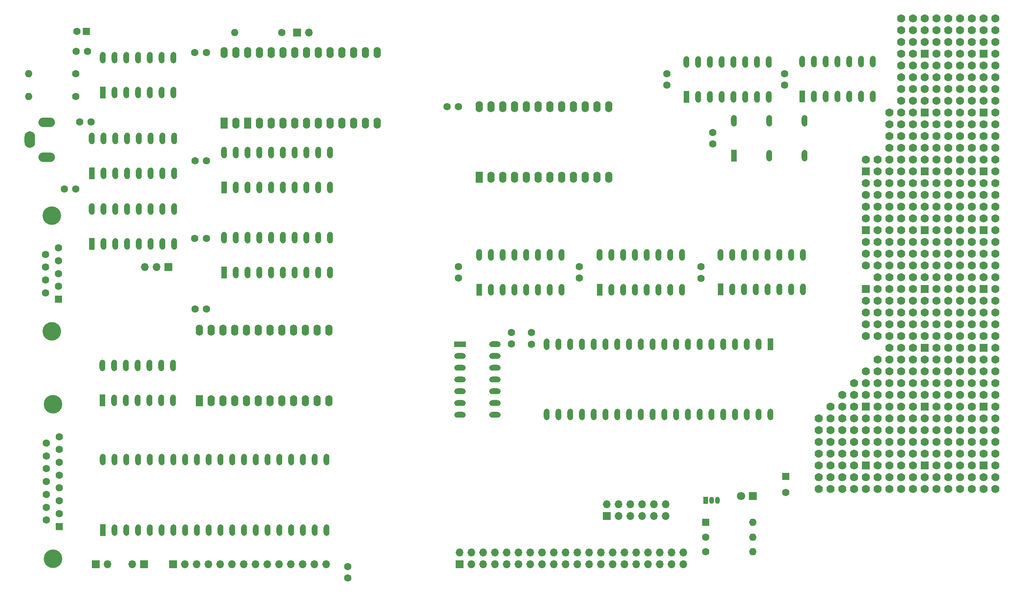
<source format=gts>
G04 #@! TF.GenerationSoftware,KiCad,Pcbnew,(6.0.10)*
G04 #@! TF.CreationDate,2023-01-07T06:17:04-07:00*
G04 #@! TF.ProjectId,FennecVTI,46656e6e-6563-4565-9449-2e6b69636164,rev?*
G04 #@! TF.SameCoordinates,Original*
G04 #@! TF.FileFunction,Soldermask,Top*
G04 #@! TF.FilePolarity,Negative*
%FSLAX46Y46*%
G04 Gerber Fmt 4.6, Leading zero omitted, Abs format (unit mm)*
G04 Created by KiCad (PCBNEW (6.0.10)) date 2023-01-07 06:17:04*
%MOMM*%
%LPD*%
G01*
G04 APERTURE LIST*
%ADD10C,1.600000*%
%ADD11R,1.600000X1.600000*%
%ADD12O,1.700000X1.700000*%
%ADD13R,1.700000X1.700000*%
%ADD14C,1.778000*%
%ADD15R,1.778000X1.778000*%
%ADD16C,4.000000*%
%ADD17O,1.050000X1.500000*%
%ADD18R,1.050000X1.500000*%
%ADD19O,1.270000X2.540000*%
%ADD20R,1.270000X2.540000*%
%ADD21O,1.270000X2.500000*%
%ADD22R,1.270000X2.500000*%
%ADD23O,1.600000X1.600000*%
%ADD24O,1.600000X2.400000*%
%ADD25R,1.600000X2.400000*%
%ADD26O,2.500000X1.270000*%
%ADD27R,2.500000X1.270000*%
%ADD28C,1.800000*%
%ADD29R,1.800000X1.800000*%
%ADD30O,3.556000X2.032000*%
%ADD31O,2.286000X3.556000*%
G04 APERTURE END LIST*
D10*
X204978000Y-132403349D03*
D11*
X204978000Y-128903349D03*
D10*
X52041113Y-32766000D03*
D11*
X54041113Y-32766000D03*
D12*
X102108000Y-33020000D03*
D13*
X99568000Y-33020000D03*
X71740000Y-83693000D03*
D12*
X69200000Y-83693000D03*
X66660000Y-83693000D03*
X58669000Y-147828000D03*
D13*
X56129000Y-147828000D03*
D12*
X64008000Y-147828000D03*
D13*
X66548000Y-147828000D03*
D12*
X105791000Y-147828000D03*
X103251000Y-147828000D03*
X100711000Y-147828000D03*
X98171000Y-147828000D03*
X95631000Y-147828000D03*
X93091000Y-147828000D03*
X90551000Y-147828000D03*
X88011000Y-147828000D03*
X85471000Y-147828000D03*
X82931000Y-147828000D03*
X80391000Y-147828000D03*
X77851000Y-147828000D03*
X75311000Y-147828000D03*
D13*
X72771000Y-147828000D03*
X134620000Y-147833004D03*
D12*
X134620000Y-145293004D03*
X137160000Y-147833004D03*
X137160000Y-145293004D03*
X139700000Y-147833004D03*
X139700000Y-145293004D03*
X142240000Y-147833004D03*
X142240000Y-145293004D03*
X144780000Y-147833004D03*
X144780000Y-145293004D03*
X147320000Y-147833004D03*
X147320000Y-145293004D03*
X149860000Y-147833004D03*
X149860000Y-145293004D03*
X152400000Y-147833004D03*
X152400000Y-145293004D03*
X154940000Y-147833004D03*
X154940000Y-145293004D03*
X157480000Y-147833004D03*
X157480000Y-145293004D03*
X160020000Y-147833004D03*
X160020000Y-145293004D03*
X162560000Y-147833004D03*
X162560000Y-145293004D03*
X165100000Y-147833004D03*
X165100000Y-145293004D03*
X167640000Y-147833004D03*
X167640000Y-145293004D03*
X170180000Y-147833004D03*
X170180000Y-145293004D03*
X172720000Y-147833004D03*
X172720000Y-145293004D03*
X175260000Y-147833004D03*
X175260000Y-145293004D03*
X177800000Y-147833004D03*
X177800000Y-145293004D03*
X180340000Y-147833004D03*
X180340000Y-145293004D03*
X182880000Y-147833004D03*
X182880000Y-145293004D03*
D13*
X166370000Y-137414000D03*
D12*
X166370000Y-134874000D03*
X168910000Y-137414000D03*
X168910000Y-134874000D03*
X171450000Y-137414000D03*
X171450000Y-134874000D03*
X173990000Y-137414000D03*
X173990000Y-134874000D03*
X176530000Y-137414000D03*
X176530000Y-134874000D03*
X179070000Y-137414000D03*
X179070000Y-134874000D03*
D14*
X250190000Y-60452000D03*
X250190000Y-57912000D03*
X250190000Y-55372000D03*
X250190000Y-52832000D03*
X250190000Y-50292000D03*
X250190000Y-50292000D03*
X247650000Y-60452000D03*
X247650000Y-57912000D03*
X247650000Y-55372000D03*
X247650000Y-52832000D03*
D15*
X247650000Y-50292000D03*
D14*
X232410000Y-35052000D03*
X232410000Y-32512000D03*
X232410000Y-29972000D03*
X229870000Y-35052000D03*
X229870000Y-32512000D03*
X229870000Y-29972000D03*
D10*
X45230331Y-80945000D03*
X45230331Y-83715000D03*
X45230331Y-86485000D03*
X45230331Y-89255000D03*
X48070331Y-79560000D03*
X48070331Y-82330000D03*
X48070331Y-85100000D03*
X48070331Y-87870000D03*
D11*
X48070331Y-90640000D03*
D16*
X46650331Y-97600000D03*
X46650331Y-72600000D03*
D17*
X190246000Y-134091000D03*
X188976000Y-134091000D03*
D18*
X187706000Y-134091000D03*
D14*
X245110000Y-123952000D03*
X245110000Y-121412000D03*
X245110000Y-118872000D03*
X245110000Y-116332000D03*
X245110000Y-113792000D03*
X242570000Y-123952000D03*
X242570000Y-121412000D03*
X242570000Y-118872000D03*
X242570000Y-116332000D03*
X242570000Y-113792000D03*
X240030000Y-123952000D03*
X240030000Y-121412000D03*
X240030000Y-118872000D03*
X240030000Y-116332000D03*
X240030000Y-113792000D03*
X237490000Y-123952000D03*
X237490000Y-121412000D03*
X237490000Y-118872000D03*
X237490000Y-116332000D03*
X237490000Y-113792000D03*
X237490000Y-113792000D03*
X234950000Y-123952000D03*
X234950000Y-121412000D03*
X234950000Y-118872000D03*
X234950000Y-116332000D03*
D15*
X234950000Y-113792000D03*
D14*
X250190000Y-111252000D03*
X250190000Y-108712000D03*
X250190000Y-106172000D03*
X250190000Y-103632000D03*
X250190000Y-101092000D03*
X250190000Y-101092000D03*
X247650000Y-111252000D03*
X247650000Y-108712000D03*
X247650000Y-106172000D03*
X247650000Y-103632000D03*
D15*
X247650000Y-101092000D03*
D14*
X219710000Y-123952000D03*
X219710000Y-121412000D03*
X219710000Y-118872000D03*
X219710000Y-116332000D03*
X219710000Y-113792000D03*
X217170000Y-123952000D03*
X217170000Y-121412000D03*
X217170000Y-118872000D03*
X217170000Y-116332000D03*
X217170000Y-113792000D03*
X214630000Y-123952000D03*
X214630000Y-121412000D03*
X214630000Y-118872000D03*
X214630000Y-116332000D03*
X214630000Y-113792000D03*
X212090000Y-123952000D03*
X212090000Y-121412000D03*
X212090000Y-118872000D03*
X212090000Y-116332000D03*
D10*
X186690000Y-86106000D03*
X186690000Y-83606000D03*
D14*
X232410000Y-47752000D03*
X232410000Y-45212000D03*
X232410000Y-42672000D03*
X232410000Y-40132000D03*
X232410000Y-37592000D03*
X229870000Y-47752000D03*
X229870000Y-45212000D03*
X229870000Y-42672000D03*
X229870000Y-40132000D03*
X229870000Y-37592000D03*
X232410000Y-73152000D03*
X232410000Y-70612000D03*
X232410000Y-68072000D03*
X232410000Y-65532000D03*
X232410000Y-62992000D03*
X229870000Y-73152000D03*
X229870000Y-70612000D03*
X229870000Y-68072000D03*
X229870000Y-65532000D03*
X229870000Y-62992000D03*
X227330000Y-73152000D03*
X227330000Y-70612000D03*
X227330000Y-68072000D03*
X227330000Y-65532000D03*
X227330000Y-62992000D03*
X224790000Y-73152000D03*
X224790000Y-70612000D03*
X224790000Y-68072000D03*
X224790000Y-65532000D03*
X224790000Y-62992000D03*
X222250000Y-73152000D03*
X222250000Y-70612000D03*
X222250000Y-68072000D03*
X222250000Y-65532000D03*
D15*
X222250000Y-62992000D03*
D19*
X83820000Y-58978000D03*
X86360000Y-58978000D03*
X88900000Y-58978000D03*
X91440000Y-58978000D03*
X93980000Y-58978000D03*
X96520000Y-58978000D03*
X99060000Y-58978000D03*
X101600000Y-58978000D03*
X104140000Y-58978000D03*
X106680000Y-58978000D03*
X106680000Y-66498000D03*
X104140000Y-66498000D03*
X101600000Y-66498000D03*
X99060000Y-66498000D03*
X96520000Y-66498000D03*
X93980000Y-66498000D03*
X91440000Y-66498000D03*
X88900000Y-66498000D03*
X86360000Y-66498000D03*
D20*
X83820000Y-66498000D03*
D21*
X193802000Y-52120000D03*
X209042000Y-52120000D03*
X209042000Y-59640000D03*
D22*
X193802000Y-59640000D03*
D21*
X201422000Y-59640000D03*
X201422000Y-52120000D03*
D14*
X245110000Y-98552000D03*
X245110000Y-96012000D03*
X245110000Y-93472000D03*
X245110000Y-90932000D03*
X245110000Y-88392000D03*
X242570000Y-98552000D03*
X242570000Y-96012000D03*
X242570000Y-93472000D03*
X242570000Y-90932000D03*
X242570000Y-88392000D03*
X240030000Y-98552000D03*
X240030000Y-96012000D03*
X240030000Y-93472000D03*
X240030000Y-90932000D03*
X240030000Y-88392000D03*
X237490000Y-98552000D03*
X237490000Y-96012000D03*
X237490000Y-93472000D03*
X237490000Y-90932000D03*
X237490000Y-88392000D03*
X237490000Y-88392000D03*
X234950000Y-98552000D03*
X234950000Y-96012000D03*
X234950000Y-93472000D03*
X234950000Y-90932000D03*
D15*
X234950000Y-88392000D03*
D19*
X83820000Y-77316000D03*
X86360000Y-77316000D03*
X88900000Y-77316000D03*
X91440000Y-77316000D03*
X93980000Y-77316000D03*
X96520000Y-77316000D03*
X99060000Y-77316000D03*
X101600000Y-77316000D03*
X104140000Y-77316000D03*
X106680000Y-77316000D03*
X106680000Y-84836000D03*
X104140000Y-84836000D03*
X101600000Y-84836000D03*
X99060000Y-84836000D03*
X96520000Y-84836000D03*
X93980000Y-84836000D03*
X91440000Y-84836000D03*
X88900000Y-84836000D03*
X86360000Y-84836000D03*
D20*
X83820000Y-84836000D03*
D21*
X201676000Y-115550000D03*
X199136000Y-115550000D03*
X196596000Y-115550000D03*
X194056000Y-115550000D03*
X191516000Y-115550000D03*
X188976000Y-115550000D03*
X186436000Y-115550000D03*
X183896000Y-115550000D03*
X181356000Y-115550000D03*
X178816000Y-115550000D03*
X176276000Y-115550000D03*
X173736000Y-115550000D03*
X171196000Y-115550000D03*
X168656000Y-115550000D03*
X166116000Y-115550000D03*
X163576000Y-115550000D03*
X161036000Y-115550000D03*
X158496000Y-115550000D03*
X155956000Y-115550000D03*
X153416000Y-115550000D03*
X153416000Y-100350000D03*
X155956000Y-100350000D03*
X158496000Y-100350000D03*
X161036000Y-100350000D03*
X163576000Y-100350000D03*
X166116000Y-100350000D03*
X168656000Y-100350000D03*
X171196000Y-100350000D03*
X173736000Y-100350000D03*
X176276000Y-100350000D03*
X178816000Y-100350000D03*
X181356000Y-100350000D03*
X183896000Y-100350000D03*
X186436000Y-100350000D03*
X188976000Y-100350000D03*
X191516000Y-100350000D03*
X194056000Y-100350000D03*
X196596000Y-100350000D03*
X199136000Y-100350000D03*
D22*
X201676000Y-100350000D03*
D23*
X197866000Y-141986000D03*
D10*
X187706000Y-141986000D03*
D23*
X41656000Y-41910000D03*
D10*
X51816000Y-41910000D03*
D14*
X232410000Y-98552000D03*
X232410000Y-96012000D03*
X232410000Y-93472000D03*
X232410000Y-90932000D03*
X232410000Y-88392000D03*
X229870000Y-98552000D03*
X229870000Y-96012000D03*
X229870000Y-93472000D03*
X229870000Y-90932000D03*
X229870000Y-88392000D03*
X227330000Y-98552000D03*
X227330000Y-96012000D03*
X227330000Y-93472000D03*
X227330000Y-90932000D03*
X227330000Y-88392000D03*
X224790000Y-98552000D03*
X224790000Y-96012000D03*
X224790000Y-93472000D03*
X224790000Y-90932000D03*
X224790000Y-88392000D03*
X222250000Y-98552000D03*
X222250000Y-96012000D03*
X222250000Y-93472000D03*
X222250000Y-90932000D03*
D15*
X222250000Y-88392000D03*
D23*
X86106000Y-33020000D03*
D10*
X96266000Y-33020000D03*
D24*
X88895000Y-37338000D03*
X91435000Y-37338000D03*
X93975000Y-37338000D03*
X96515000Y-37338000D03*
X99055000Y-37338000D03*
X101595000Y-37338000D03*
X104135000Y-37338000D03*
X106675000Y-37338000D03*
X109215000Y-37338000D03*
X111755000Y-37338000D03*
X114295000Y-37338000D03*
X116835000Y-37338000D03*
X116835000Y-52578000D03*
X114295000Y-52578000D03*
X111755000Y-52578000D03*
X109215000Y-52578000D03*
X106675000Y-52578000D03*
X104135000Y-52578000D03*
X101595000Y-52578000D03*
X99055000Y-52578000D03*
X96515000Y-52578000D03*
X93975000Y-52578000D03*
X91435000Y-52578000D03*
D25*
X88895000Y-52578000D03*
D10*
X77490000Y-60706000D03*
X79990000Y-60706000D03*
X51836000Y-37084000D03*
X54336000Y-37084000D03*
D14*
X245110000Y-111252000D03*
X245110000Y-108712000D03*
X245110000Y-106172000D03*
X245110000Y-103632000D03*
X245110000Y-101092000D03*
X242570000Y-111252000D03*
X242570000Y-108712000D03*
X242570000Y-106172000D03*
X242570000Y-103632000D03*
X242570000Y-101092000D03*
X240030000Y-111252000D03*
X240030000Y-108712000D03*
X240030000Y-106172000D03*
X240030000Y-103632000D03*
X240030000Y-101092000D03*
X237490000Y-111252000D03*
X237490000Y-108712000D03*
X237490000Y-106172000D03*
X237490000Y-103632000D03*
X237490000Y-101092000D03*
X237490000Y-101092000D03*
X234950000Y-111252000D03*
X234950000Y-108712000D03*
X234950000Y-106172000D03*
X234950000Y-103632000D03*
D15*
X234950000Y-101092000D03*
D26*
X142190000Y-100330000D03*
X142190000Y-102870000D03*
X142190000Y-105410000D03*
X142190000Y-107950000D03*
X142190000Y-110490000D03*
X142190000Y-113030000D03*
X142190000Y-115570000D03*
X134670000Y-115570000D03*
X134670000Y-113030000D03*
X134670000Y-110490000D03*
X134670000Y-107950000D03*
X134670000Y-105410000D03*
X134670000Y-102870000D03*
D27*
X134670000Y-100330000D03*
D14*
X250190000Y-73152000D03*
X250190000Y-70612000D03*
X250190000Y-68072000D03*
X250190000Y-65532000D03*
X250190000Y-62992000D03*
X250190000Y-62992000D03*
X247650000Y-73152000D03*
X247650000Y-70612000D03*
X247650000Y-68072000D03*
X247650000Y-65532000D03*
D15*
X247650000Y-62992000D03*
D19*
X190881000Y-81026000D03*
X193421000Y-81026000D03*
X195961000Y-81026000D03*
X198501000Y-81026000D03*
X201041000Y-81026000D03*
X203581000Y-81026000D03*
X206121000Y-81026000D03*
X208661000Y-81026000D03*
X208661000Y-88546000D03*
X206121000Y-88546000D03*
X203581000Y-88546000D03*
X201041000Y-88546000D03*
X198501000Y-88546000D03*
X195961000Y-88546000D03*
X193421000Y-88546000D03*
D20*
X190881000Y-88546000D03*
D14*
X250190000Y-85852000D03*
X250190000Y-83312000D03*
X250190000Y-80772000D03*
X250190000Y-78232000D03*
X250190000Y-75692000D03*
X250190000Y-75692000D03*
X247650000Y-85852000D03*
X247650000Y-83312000D03*
X247650000Y-80772000D03*
X247650000Y-78232000D03*
D15*
X247650000Y-75692000D03*
D28*
X195331000Y-133096000D03*
D29*
X197871000Y-133096000D03*
D10*
X110490000Y-150856000D03*
X110490000Y-148356000D03*
X45420000Y-121695000D03*
X45420000Y-124465000D03*
X45420000Y-127235000D03*
X45420000Y-130005000D03*
X45420000Y-132775000D03*
X45420000Y-135545000D03*
X45420000Y-138315000D03*
X48260000Y-120310000D03*
X48260000Y-123080000D03*
X48260000Y-125850000D03*
X48260000Y-128620000D03*
X48260000Y-131390000D03*
X48260000Y-134160000D03*
X48260000Y-136930000D03*
D11*
X48260000Y-139700000D03*
D16*
X46840000Y-146655000D03*
X46840000Y-113355000D03*
D10*
X77470000Y-77470000D03*
X79970000Y-77470000D03*
D21*
X57658000Y-38454000D03*
X60198000Y-38454000D03*
X62738000Y-38454000D03*
X65278000Y-38454000D03*
X67818000Y-38454000D03*
X70358000Y-38454000D03*
X72898000Y-38454000D03*
X72898000Y-45974000D03*
X70358000Y-45974000D03*
X67818000Y-45974000D03*
X65278000Y-45974000D03*
X62738000Y-45974000D03*
X60198000Y-45974000D03*
D22*
X57658000Y-45974000D03*
D14*
X219710000Y-111252000D03*
X219710000Y-108712000D03*
X217170000Y-111252000D03*
X245110000Y-131572000D03*
X245110000Y-129032000D03*
X245110000Y-126492000D03*
X242570000Y-131572000D03*
X242570000Y-129032000D03*
X242570000Y-126492000D03*
X240030000Y-131572000D03*
X240030000Y-129032000D03*
X240030000Y-126492000D03*
X237490000Y-131572000D03*
X237490000Y-129032000D03*
X237490000Y-126492000D03*
X237490000Y-126492000D03*
X234950000Y-131572000D03*
X234950000Y-129032000D03*
D15*
X234950000Y-126492000D03*
D10*
X204724000Y-44414000D03*
X204724000Y-41914000D03*
X134366000Y-86066000D03*
X134366000Y-83566000D03*
D21*
X57658000Y-125262000D03*
X60198000Y-125262000D03*
X62738000Y-125262000D03*
X65278000Y-125262000D03*
X67818000Y-125262000D03*
X70358000Y-125262000D03*
X72898000Y-125262000D03*
X75438000Y-125262000D03*
X77978000Y-125262000D03*
X80518000Y-125262000D03*
X83058000Y-125262000D03*
X85598000Y-125262000D03*
X88138000Y-125262000D03*
X90678000Y-125262000D03*
X93218000Y-125262000D03*
X95758000Y-125262000D03*
X98298000Y-125262000D03*
X100838000Y-125262000D03*
X103378000Y-125262000D03*
X105918000Y-125262000D03*
X105918000Y-140462000D03*
X103378000Y-140462000D03*
X100838000Y-140462000D03*
X98298000Y-140462000D03*
X95758000Y-140462000D03*
X93218000Y-140462000D03*
X90678000Y-140462000D03*
X88138000Y-140462000D03*
X85598000Y-140462000D03*
X83058000Y-140462000D03*
X80518000Y-140462000D03*
X77978000Y-140462000D03*
X75438000Y-140462000D03*
X72898000Y-140462000D03*
X70358000Y-140462000D03*
X67818000Y-140462000D03*
X65278000Y-140462000D03*
X62738000Y-140462000D03*
X60198000Y-140462000D03*
D22*
X57658000Y-140462000D03*
D23*
X197866000Y-138811000D03*
D11*
X187706000Y-138811000D03*
D10*
X160401000Y-86066000D03*
X160401000Y-83566000D03*
D19*
X138811000Y-81076000D03*
X141351000Y-81076000D03*
X143891000Y-81076000D03*
X146431000Y-81076000D03*
X148971000Y-81076000D03*
X151511000Y-81076000D03*
X154051000Y-81076000D03*
X156591000Y-81076000D03*
X156591000Y-88596000D03*
X154051000Y-88596000D03*
X151511000Y-88596000D03*
X148971000Y-88596000D03*
X146431000Y-88596000D03*
X143891000Y-88596000D03*
X141351000Y-88596000D03*
D20*
X138811000Y-88596000D03*
D10*
X145796000Y-97810000D03*
X145796000Y-100310000D03*
D23*
X197866000Y-145161000D03*
D10*
X187706000Y-145161000D03*
D24*
X138811000Y-49022000D03*
X141351000Y-49022000D03*
X143891000Y-49022000D03*
X146431000Y-49022000D03*
X148971000Y-49022000D03*
X151511000Y-49022000D03*
X154051000Y-49022000D03*
X156591000Y-49022000D03*
X159131000Y-49022000D03*
X161671000Y-49022000D03*
X164211000Y-49022000D03*
X166751000Y-49022000D03*
X166751000Y-64262000D03*
X164211000Y-64262000D03*
X161671000Y-64262000D03*
X159131000Y-64262000D03*
X156591000Y-64262000D03*
X154051000Y-64262000D03*
X151511000Y-64262000D03*
X148971000Y-64262000D03*
X146431000Y-64262000D03*
X143891000Y-64262000D03*
X141351000Y-64262000D03*
D25*
X138811000Y-64262000D03*
D14*
X232410000Y-131572000D03*
X232410000Y-129032000D03*
X232410000Y-126492000D03*
X229870000Y-131572000D03*
X229870000Y-129032000D03*
X229870000Y-126492000D03*
X227330000Y-131572000D03*
X227330000Y-129032000D03*
X227330000Y-126492000D03*
X224790000Y-131572000D03*
X224790000Y-129032000D03*
X224790000Y-126492000D03*
X224790000Y-126492000D03*
X222250000Y-131572000D03*
X222250000Y-129032000D03*
D15*
X222250000Y-126492000D03*
D19*
X164846000Y-81076000D03*
X167386000Y-81076000D03*
X169926000Y-81076000D03*
X172466000Y-81076000D03*
X175006000Y-81076000D03*
X177546000Y-81076000D03*
X180086000Y-81076000D03*
X182626000Y-81076000D03*
X182626000Y-88596000D03*
X180086000Y-88596000D03*
X177546000Y-88596000D03*
X175006000Y-88596000D03*
X172466000Y-88596000D03*
X169926000Y-88596000D03*
X167386000Y-88596000D03*
D20*
X164846000Y-88596000D03*
D10*
X77510000Y-92710000D03*
X80010000Y-92710000D03*
D14*
X245110000Y-85852000D03*
X245110000Y-83312000D03*
X245110000Y-80772000D03*
X245110000Y-78232000D03*
X245110000Y-75692000D03*
X242570000Y-85852000D03*
X242570000Y-83312000D03*
X242570000Y-80772000D03*
X242570000Y-78232000D03*
X242570000Y-75692000D03*
X240030000Y-85852000D03*
X240030000Y-83312000D03*
X240030000Y-80772000D03*
X240030000Y-78232000D03*
X240030000Y-75692000D03*
X237490000Y-85852000D03*
X237490000Y-83312000D03*
X237490000Y-80772000D03*
X237490000Y-78232000D03*
X237490000Y-75692000D03*
X237490000Y-75692000D03*
X234950000Y-85852000D03*
X234950000Y-83312000D03*
X234950000Y-80772000D03*
X234950000Y-78232000D03*
D15*
X234950000Y-75692000D03*
D10*
X189230000Y-57130000D03*
X189230000Y-54630000D03*
D14*
X245110000Y-60452000D03*
X245110000Y-57912000D03*
X245110000Y-55372000D03*
X245110000Y-52832000D03*
X245110000Y-50292000D03*
X242570000Y-60452000D03*
X242570000Y-57912000D03*
X242570000Y-55372000D03*
X242570000Y-52832000D03*
X242570000Y-50292000D03*
X240030000Y-60452000D03*
X240030000Y-57912000D03*
X240030000Y-55372000D03*
X240030000Y-52832000D03*
X240030000Y-50292000D03*
X237490000Y-60452000D03*
X237490000Y-57912000D03*
X237490000Y-55372000D03*
X237490000Y-52832000D03*
X237490000Y-50292000D03*
X237490000Y-50292000D03*
X234950000Y-60452000D03*
X234950000Y-57912000D03*
X234950000Y-55372000D03*
X234950000Y-52832000D03*
D15*
X234950000Y-50292000D03*
D14*
X219710000Y-131572000D03*
X219710000Y-129032000D03*
X219710000Y-126492000D03*
X217170000Y-131572000D03*
X217170000Y-129032000D03*
X217170000Y-126492000D03*
X214630000Y-131572000D03*
X214630000Y-129032000D03*
X214630000Y-126492000D03*
X212090000Y-131572000D03*
X212090000Y-129032000D03*
X212090000Y-126492000D03*
X212090000Y-126492000D03*
D24*
X83805000Y-37338000D03*
X86345000Y-37338000D03*
X88885000Y-37338000D03*
X91425000Y-37338000D03*
X93965000Y-37338000D03*
X96505000Y-37338000D03*
X99045000Y-37338000D03*
X101585000Y-37338000D03*
X104125000Y-37338000D03*
X106665000Y-37338000D03*
X109205000Y-37338000D03*
X111745000Y-37338000D03*
X114285000Y-37338000D03*
X116825000Y-37338000D03*
X116825000Y-52578000D03*
X114285000Y-52578000D03*
X111745000Y-52578000D03*
X109205000Y-52578000D03*
X106665000Y-52578000D03*
X104125000Y-52578000D03*
X101585000Y-52578000D03*
X99045000Y-52578000D03*
X96505000Y-52578000D03*
X93965000Y-52578000D03*
X91425000Y-52578000D03*
X88885000Y-52578000D03*
X86345000Y-52578000D03*
D25*
X83805000Y-52578000D03*
D10*
X49296000Y-66802000D03*
X51796000Y-66802000D03*
D19*
X55245000Y-71170000D03*
X57785000Y-71170000D03*
X60325000Y-71170000D03*
X62865000Y-71170000D03*
X65405000Y-71170000D03*
X67945000Y-71170000D03*
X70485000Y-71170000D03*
X73025000Y-71170000D03*
X73025000Y-78690000D03*
X70485000Y-78690000D03*
X67945000Y-78690000D03*
X65405000Y-78690000D03*
X62865000Y-78690000D03*
X60325000Y-78690000D03*
X57785000Y-78690000D03*
D20*
X55245000Y-78690000D03*
D23*
X41656000Y-46863000D03*
D10*
X51816000Y-46863000D03*
D14*
X245110000Y-73152000D03*
X245110000Y-70612000D03*
X245110000Y-68072000D03*
X245110000Y-65532000D03*
X245110000Y-62992000D03*
X242570000Y-73152000D03*
X242570000Y-70612000D03*
X242570000Y-68072000D03*
X242570000Y-65532000D03*
X242570000Y-62992000D03*
X240030000Y-73152000D03*
X240030000Y-70612000D03*
X240030000Y-68072000D03*
X240030000Y-65532000D03*
X240030000Y-62992000D03*
X237490000Y-73152000D03*
X237490000Y-70612000D03*
X237490000Y-68072000D03*
X237490000Y-65532000D03*
X237490000Y-62992000D03*
X237490000Y-62992000D03*
X234950000Y-73152000D03*
X234950000Y-70612000D03*
X234950000Y-68072000D03*
X234950000Y-65532000D03*
D15*
X234950000Y-62992000D03*
D21*
X57509500Y-104952000D03*
X60049500Y-104952000D03*
X62589500Y-104952000D03*
X65129500Y-104952000D03*
X67669500Y-104952000D03*
X70209500Y-104952000D03*
X72749500Y-104952000D03*
X72749500Y-112472000D03*
X70209500Y-112472000D03*
X67669500Y-112472000D03*
X65129500Y-112472000D03*
X62589500Y-112472000D03*
X60049500Y-112472000D03*
D22*
X57509500Y-112472000D03*
D14*
X250190000Y-47752000D03*
X250190000Y-45212000D03*
X250190000Y-42672000D03*
X250190000Y-40132000D03*
X250190000Y-37592000D03*
X250190000Y-37592000D03*
X247650000Y-47752000D03*
X247650000Y-45212000D03*
X247650000Y-42672000D03*
X247650000Y-40132000D03*
D15*
X247650000Y-37592000D03*
D14*
X232410000Y-111252000D03*
X232410000Y-108712000D03*
X232410000Y-106172000D03*
X232410000Y-103632000D03*
X232410000Y-101092000D03*
X229870000Y-111252000D03*
X229870000Y-108712000D03*
X229870000Y-106172000D03*
X229870000Y-103632000D03*
X229870000Y-101092000D03*
X227330000Y-111252000D03*
X227330000Y-108712000D03*
X227330000Y-106172000D03*
X227330000Y-103632000D03*
X227330000Y-101092000D03*
X224790000Y-111252000D03*
X224790000Y-108712000D03*
X224790000Y-106172000D03*
X224790000Y-103632000D03*
X222250000Y-111252000D03*
X222250000Y-108712000D03*
X222250000Y-106172000D03*
X245110000Y-35052000D03*
X245110000Y-32512000D03*
X245110000Y-29972000D03*
X242570000Y-35052000D03*
X242570000Y-32512000D03*
X242570000Y-29972000D03*
X240030000Y-35052000D03*
X240030000Y-32512000D03*
X240030000Y-29972000D03*
X237490000Y-35052000D03*
X237490000Y-32512000D03*
X237490000Y-29972000D03*
X234950000Y-35052000D03*
X234950000Y-32512000D03*
X234950000Y-29972000D03*
X250190000Y-123952000D03*
X250190000Y-121412000D03*
X250190000Y-118872000D03*
X250190000Y-116332000D03*
X250190000Y-113792000D03*
X250190000Y-113792000D03*
X247650000Y-123952000D03*
X247650000Y-121412000D03*
X247650000Y-118872000D03*
X247650000Y-116332000D03*
D15*
X247650000Y-113792000D03*
D14*
X250190000Y-131572000D03*
X250190000Y-129032000D03*
X250190000Y-126492000D03*
X250190000Y-126492000D03*
X247650000Y-131572000D03*
X247650000Y-129032000D03*
D15*
X247650000Y-126492000D03*
D30*
X45550000Y-59955000D03*
X45550000Y-52455000D03*
D31*
X41850000Y-56205000D03*
D10*
X131866000Y-49022000D03*
X134366000Y-49022000D03*
X179324000Y-44430000D03*
X179324000Y-41930000D03*
D14*
X250190000Y-98552000D03*
X250190000Y-96012000D03*
X250190000Y-93472000D03*
X250190000Y-90932000D03*
X250190000Y-88392000D03*
X250190000Y-88392000D03*
X247650000Y-98552000D03*
X247650000Y-96012000D03*
X247650000Y-93472000D03*
X247650000Y-90932000D03*
D15*
X247650000Y-88392000D03*
D19*
X183488500Y-39420000D03*
X186028500Y-39420000D03*
X188568500Y-39420000D03*
X191108500Y-39420000D03*
X193648500Y-39420000D03*
X196188500Y-39420000D03*
X198728500Y-39420000D03*
X201268500Y-39420000D03*
X201268500Y-46940000D03*
X198728500Y-46940000D03*
X196188500Y-46940000D03*
X193648500Y-46940000D03*
X191108500Y-46940000D03*
X188568500Y-46940000D03*
X186028500Y-46940000D03*
D20*
X183488500Y-46940000D03*
D14*
X232410000Y-123952000D03*
X232410000Y-121412000D03*
X232410000Y-118872000D03*
X232410000Y-116332000D03*
X232410000Y-113792000D03*
X229870000Y-123952000D03*
X229870000Y-121412000D03*
X229870000Y-118872000D03*
X229870000Y-116332000D03*
X229870000Y-113792000D03*
X227330000Y-123952000D03*
X227330000Y-121412000D03*
X227330000Y-118872000D03*
X227330000Y-116332000D03*
X227330000Y-113792000D03*
X224790000Y-123952000D03*
X224790000Y-121412000D03*
X224790000Y-118872000D03*
X224790000Y-116332000D03*
X224790000Y-113792000D03*
X224790000Y-113792000D03*
X222250000Y-123952000D03*
X222250000Y-121412000D03*
X222250000Y-118872000D03*
X222250000Y-116332000D03*
D15*
X222250000Y-113792000D03*
D14*
X250190000Y-35052000D03*
X250190000Y-32512000D03*
X250190000Y-29972000D03*
X247650000Y-35052000D03*
X247650000Y-32512000D03*
X247650000Y-29972000D03*
X232410000Y-85852000D03*
X232410000Y-83312000D03*
X232410000Y-80772000D03*
X232410000Y-78232000D03*
X232410000Y-75692000D03*
X229870000Y-85852000D03*
X229870000Y-83312000D03*
X229870000Y-80772000D03*
X229870000Y-78232000D03*
X229870000Y-75692000D03*
X227330000Y-85852000D03*
X227330000Y-83312000D03*
X227330000Y-80772000D03*
X227330000Y-78232000D03*
X227330000Y-75692000D03*
X224790000Y-85852000D03*
X224790000Y-83312000D03*
X224790000Y-80772000D03*
X224790000Y-78232000D03*
X224790000Y-75692000D03*
X222250000Y-83312000D03*
X222250000Y-80772000D03*
X222250000Y-78232000D03*
D15*
X222250000Y-75692000D03*
D19*
X55245000Y-55930000D03*
X57785000Y-55930000D03*
X60325000Y-55930000D03*
X62865000Y-55930000D03*
X65405000Y-55930000D03*
X67945000Y-55930000D03*
X70485000Y-55930000D03*
X73025000Y-55930000D03*
X73025000Y-63450000D03*
X70485000Y-63450000D03*
X67945000Y-63450000D03*
X65405000Y-63450000D03*
X62865000Y-63450000D03*
X60325000Y-63450000D03*
X57785000Y-63450000D03*
D20*
X55245000Y-63450000D03*
D10*
X77470000Y-37338000D03*
X79970000Y-37338000D03*
X150114000Y-97850000D03*
X150114000Y-100350000D03*
D14*
X232410000Y-60452000D03*
X232410000Y-57912000D03*
X232410000Y-55372000D03*
X232410000Y-52832000D03*
X232410000Y-50292000D03*
X229870000Y-60452000D03*
X229870000Y-57912000D03*
X229870000Y-55372000D03*
X229870000Y-52832000D03*
X229870000Y-50292000D03*
X227330000Y-60452000D03*
X227330000Y-57912000D03*
X227330000Y-55372000D03*
X227330000Y-52832000D03*
X227330000Y-50292000D03*
X224790000Y-60452000D03*
X222250000Y-60452000D03*
D10*
X52598000Y-52324000D03*
X55098000Y-52324000D03*
D21*
X208512500Y-39297000D03*
X211052500Y-39297000D03*
X213592500Y-39297000D03*
X216132500Y-39297000D03*
X218672500Y-39297000D03*
X221212500Y-39297000D03*
X223752500Y-39297000D03*
X223752500Y-46817000D03*
X221212500Y-46817000D03*
X218672500Y-46817000D03*
X216132500Y-46817000D03*
X213592500Y-46817000D03*
X211052500Y-46817000D03*
D22*
X208512500Y-46817000D03*
D24*
X78486000Y-97287000D03*
X81026000Y-97287000D03*
X83566000Y-97287000D03*
X86106000Y-97287000D03*
X88646000Y-97287000D03*
X91186000Y-97287000D03*
X93726000Y-97287000D03*
X96266000Y-97287000D03*
X98806000Y-97287000D03*
X101346000Y-97287000D03*
X103886000Y-97287000D03*
X106426000Y-97287000D03*
X106426000Y-112527000D03*
X103886000Y-112527000D03*
X101346000Y-112527000D03*
X98806000Y-112527000D03*
X96266000Y-112527000D03*
X93726000Y-112527000D03*
X91186000Y-112527000D03*
X88646000Y-112527000D03*
X86106000Y-112527000D03*
X83566000Y-112527000D03*
X81026000Y-112527000D03*
D25*
X78486000Y-112527000D03*
D14*
X245110000Y-47752000D03*
X245110000Y-45212000D03*
X245110000Y-42672000D03*
X245110000Y-40132000D03*
X245110000Y-37592000D03*
X242570000Y-47752000D03*
X242570000Y-45212000D03*
X242570000Y-42672000D03*
X242570000Y-40132000D03*
X242570000Y-37592000D03*
X240030000Y-47752000D03*
X240030000Y-45212000D03*
X240030000Y-42672000D03*
X240030000Y-40132000D03*
X240030000Y-37592000D03*
X237490000Y-47752000D03*
X237490000Y-45212000D03*
X237490000Y-42672000D03*
X237490000Y-40132000D03*
X237490000Y-37592000D03*
X237490000Y-37592000D03*
X234950000Y-47752000D03*
X234950000Y-45212000D03*
X234950000Y-42672000D03*
X234950000Y-40132000D03*
D15*
X234950000Y-37592000D03*
M02*

</source>
